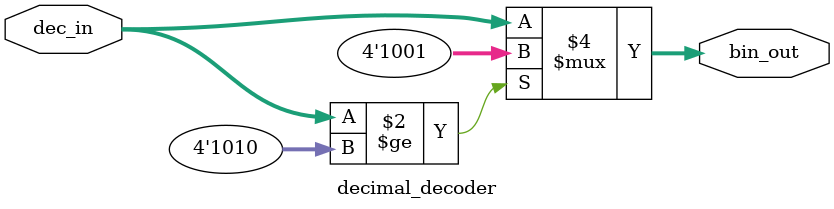
<source format=v>
`timescale 1ns / 1ps


//BCD-¶þ½øÖÆÒëÂëÆ÷
//,ÊäÈëË«ËÄÎ»BCDÊý×Ö,Êä³ö0-9¶þ½øÖÆ
module decimal_decoder(
input [3:0]dec_in,
output reg [3:0]bin_out
    );
    always@(*) begin
        if(dec_in>=4'd10)
            bin_out = 4'd9;
        else 
            bin_out = dec_in;
    end
endmodule


</source>
